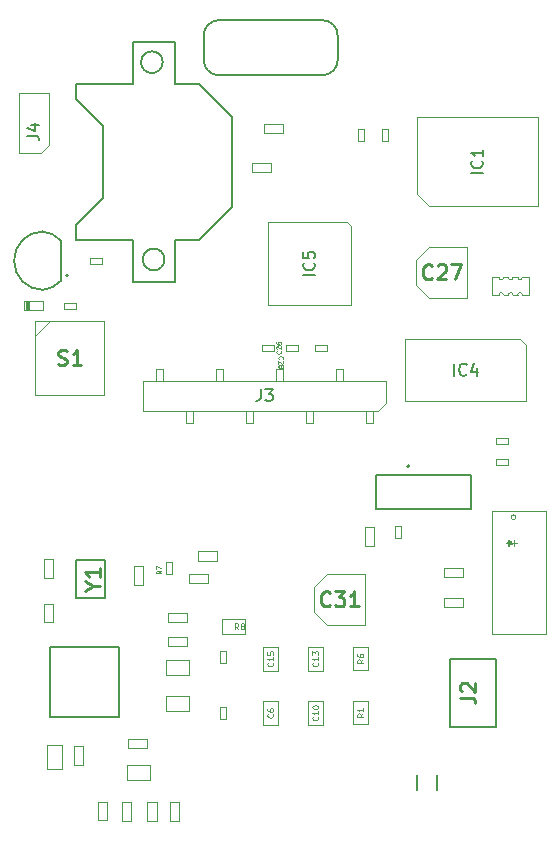
<source format=gbr>
G04 #@! TF.GenerationSoftware,KiCad,Pcbnew,(5.1.10)-1*
G04 #@! TF.CreationDate,2021-06-08T22:52:37-07:00*
G04 #@! TF.ProjectId,Plug_Pass,506c7567-5f50-4617-9373-2e6b69636164,v3.1*
G04 #@! TF.SameCoordinates,Original*
G04 #@! TF.FileFunction,Other,Fab,Top*
%FSLAX46Y46*%
G04 Gerber Fmt 4.6, Leading zero omitted, Abs format (unit mm)*
G04 Created by KiCad (PCBNEW (5.1.10)-1) date 2021-06-08 22:52:37*
%MOMM*%
%LPD*%
G01*
G04 APERTURE LIST*
%ADD10C,0.127000*%
%ADD11C,0.200000*%
%ADD12C,0.100000*%
%ADD13C,0.025000*%
%ADD14C,0.203200*%
%ADD15C,0.010000*%
%ADD16C,0.050000*%
%ADD17C,0.101600*%
%ADD18C,0.150000*%
%ADD19C,0.080000*%
%ADD20C,0.254000*%
%ADD21C,0.038608*%
G04 APERTURE END LIST*
D10*
X156043000Y-54820000D02*
G75*
G02*
X157313000Y-56140000I-25000J-1295000D01*
G01*
X145963000Y-56140000D02*
G75*
G02*
X147233000Y-54820000I1295000J25000D01*
G01*
X147233000Y-59480000D02*
G75*
G02*
X145963000Y-58160000I25000J1295000D01*
G01*
X157313000Y-58160000D02*
G75*
G02*
X156043000Y-59480000I-1295000J-25000D01*
G01*
X157313000Y-56140000D02*
X157313000Y-58160000D01*
X156043000Y-59480000D02*
X147233000Y-59480000D01*
X145963000Y-58160000D02*
X145963000Y-56140000D01*
X147233000Y-54820000D02*
X156043000Y-54820000D01*
X133854999Y-73459000D02*
G75*
G03*
X132335000Y-72709000I-1739129J-1609369D01*
G01*
X129915000Y-75184000D02*
G75*
G02*
X132335000Y-72709000I2447500J27500D01*
G01*
X132335000Y-77659000D02*
G75*
G02*
X129915000Y-75184000I27500J2447500D01*
G01*
X133854999Y-76909000D02*
G75*
G02*
X132335000Y-77659000I-1739129J1609369D01*
G01*
D11*
X134485000Y-76434000D02*
G75*
G03*
X134485000Y-76434000I-100000J0D01*
G01*
D10*
X133855000Y-76909000D02*
X133855000Y-73459000D01*
X163996000Y-120005000D02*
X163996000Y-118755000D01*
X165696000Y-118755000D02*
X165696000Y-120005000D01*
D12*
X172212000Y-98806000D02*
X172212000Y-99314000D01*
X171958000Y-99060000D02*
X172466000Y-99060000D01*
X170345100Y-96393000D02*
X170345100Y-106807000D01*
X170345100Y-106807000D02*
X174942500Y-106807000D01*
X174942500Y-106807000D02*
X174942500Y-96393000D01*
X174942500Y-96393000D02*
X170345100Y-96393000D01*
X172415200Y-96901000D02*
G75*
G03*
X172415200Y-96901000I-203200J0D01*
G01*
X149486500Y-106797000D02*
X147486500Y-106797000D01*
X149486500Y-105547000D02*
X149486500Y-106797000D01*
X147486500Y-105547000D02*
X149486500Y-105547000D01*
X147486500Y-106797000D02*
X147486500Y-105547000D01*
X159883000Y-107862500D02*
X159883000Y-109862500D01*
X158633000Y-107862500D02*
X159883000Y-107862500D01*
X158633000Y-109862500D02*
X158633000Y-107862500D01*
X159883000Y-109862500D02*
X158633000Y-109862500D01*
X159883000Y-112434500D02*
X159883000Y-114434500D01*
X158633000Y-112434500D02*
X159883000Y-112434500D01*
X158633000Y-114434500D02*
X158633000Y-112434500D01*
X159883000Y-114434500D02*
X158633000Y-114434500D01*
X151013000Y-109900000D02*
X151013000Y-107900000D01*
X152263000Y-109900000D02*
X151013000Y-109900000D01*
X152263000Y-107900000D02*
X152263000Y-109900000D01*
X151013000Y-107900000D02*
X152263000Y-107900000D01*
X154823000Y-109900000D02*
X154823000Y-107900000D01*
X156073000Y-109900000D02*
X154823000Y-109900000D01*
X156073000Y-107900000D02*
X156073000Y-109900000D01*
X154823000Y-107900000D02*
X156073000Y-107900000D01*
X154823000Y-114472000D02*
X154823000Y-112472000D01*
X156073000Y-114472000D02*
X154823000Y-114472000D01*
X156073000Y-112472000D02*
X156073000Y-114472000D01*
X154823000Y-112472000D02*
X156073000Y-112472000D01*
X151013000Y-114472000D02*
X151013000Y-112472000D01*
X152263000Y-114472000D02*
X151013000Y-114472000D01*
X152263000Y-112472000D02*
X152263000Y-114472000D01*
X151013000Y-112472000D02*
X152263000Y-112472000D01*
X132842000Y-65405000D02*
X132207000Y-66040000D01*
X132842000Y-60960000D02*
X132842000Y-65405000D01*
X130302000Y-60960000D02*
X132842000Y-60960000D01*
X130302000Y-66040000D02*
X130302000Y-60960000D01*
X132207000Y-66040000D02*
X130302000Y-66040000D01*
X158140000Y-71938000D02*
X151440000Y-71938000D01*
X158440000Y-72238000D02*
X158440000Y-78938000D01*
X158140000Y-71938000D02*
X158440000Y-72238000D01*
X151440000Y-71938000D02*
X151440000Y-78938000D01*
X158440000Y-78938000D02*
X151440000Y-78938000D01*
D13*
X136348000Y-75434000D02*
X137348000Y-75434000D01*
X137348000Y-75434000D02*
X137348000Y-74934000D01*
X137348000Y-74934000D02*
X136348000Y-74934000D01*
X136348000Y-74934000D02*
X136348000Y-75434000D01*
D12*
X161390000Y-85344000D02*
X161390000Y-87249000D01*
X161390000Y-87249000D02*
X160755000Y-87884000D01*
X160755000Y-87884000D02*
X140870000Y-87884000D01*
X140870000Y-87884000D02*
X140870000Y-85344000D01*
X140870000Y-85344000D02*
X161390000Y-85344000D01*
X160320000Y-87884000D02*
X160320000Y-88884000D01*
X160320000Y-88884000D02*
X159720000Y-88884000D01*
X159720000Y-88884000D02*
X159720000Y-87884000D01*
X157780000Y-84344000D02*
X157780000Y-85344000D01*
X157180000Y-85344000D02*
X157180000Y-84344000D01*
X157180000Y-84344000D02*
X157780000Y-84344000D01*
X155240000Y-87884000D02*
X155240000Y-88884000D01*
X155240000Y-88884000D02*
X154640000Y-88884000D01*
X154640000Y-88884000D02*
X154640000Y-87884000D01*
X152700000Y-84344000D02*
X152700000Y-85344000D01*
X152100000Y-85344000D02*
X152100000Y-84344000D01*
X152100000Y-84344000D02*
X152700000Y-84344000D01*
X150160000Y-87884000D02*
X150160000Y-88884000D01*
X150160000Y-88884000D02*
X149560000Y-88884000D01*
X149560000Y-88884000D02*
X149560000Y-87884000D01*
X147620000Y-84344000D02*
X147620000Y-85344000D01*
X147020000Y-85344000D02*
X147020000Y-84344000D01*
X147020000Y-84344000D02*
X147620000Y-84344000D01*
X145080000Y-87884000D02*
X145080000Y-88884000D01*
X145080000Y-88884000D02*
X144480000Y-88884000D01*
X144480000Y-88884000D02*
X144480000Y-87884000D01*
X142540000Y-84344000D02*
X142540000Y-85344000D01*
X141940000Y-85344000D02*
X141940000Y-84344000D01*
X141940000Y-84344000D02*
X142540000Y-84344000D01*
D13*
X152706000Y-63608000D02*
X151106000Y-63608000D01*
X151106000Y-63608000D02*
X151106000Y-64408000D01*
X151106000Y-64408000D02*
X152706000Y-64408000D01*
X152706000Y-64408000D02*
X152706000Y-63608000D01*
X150062000Y-67710000D02*
X151662000Y-67710000D01*
X151662000Y-67710000D02*
X151662000Y-66910000D01*
X151662000Y-66910000D02*
X150062000Y-66910000D01*
X150062000Y-66910000D02*
X150062000Y-67710000D01*
D12*
X131720000Y-80314000D02*
X137520000Y-80314000D01*
X137520000Y-80314000D02*
X137520000Y-86564000D01*
X137520000Y-86564000D02*
X131720000Y-86564000D01*
X131720000Y-86564000D02*
X131720000Y-80314000D01*
X131720000Y-81584000D02*
X132990000Y-80314000D01*
D14*
X135128000Y-60198000D02*
X135128000Y-61468000D01*
X135128000Y-61468000D02*
X137414000Y-63754000D01*
X137414000Y-63754000D02*
X137414000Y-69850000D01*
X137414000Y-69850000D02*
X135128000Y-72136000D01*
X135128000Y-72136000D02*
X135128000Y-73406000D01*
X142647800Y-75081400D02*
G75*
G03*
X142647800Y-75081400I-915800J0D01*
G01*
X142493800Y-58376600D02*
G75*
G03*
X142493800Y-58376600I-915800J0D01*
G01*
X135128000Y-73406000D02*
X139954000Y-73406000D01*
X139954000Y-73406000D02*
X139954000Y-76962000D01*
X139954000Y-76962000D02*
X143510000Y-76962000D01*
X143510000Y-76962000D02*
X143510000Y-73406000D01*
X143510000Y-73406000D02*
X145542000Y-73406000D01*
X145542000Y-73406000D02*
X148336000Y-70612000D01*
X148336000Y-70612000D02*
X148336000Y-62992000D01*
X148336000Y-62992000D02*
X145542000Y-60198000D01*
X145542000Y-60198000D02*
X143510000Y-60198000D01*
X143510000Y-60198000D02*
X143510000Y-56642000D01*
X143510000Y-56642000D02*
X139954000Y-56642000D01*
X139954000Y-56642000D02*
X139954000Y-60198000D01*
X139954000Y-60198000D02*
X135128000Y-60198000D01*
D10*
X160592000Y-93349000D02*
X168592000Y-93349000D01*
X168592000Y-93349000D02*
X168592000Y-96249000D01*
X168592000Y-96249000D02*
X160592000Y-96249000D01*
X160592000Y-96249000D02*
X160592000Y-93349000D01*
D11*
X163392000Y-92599000D02*
G75*
G03*
X163392000Y-92599000I-100000J0D01*
G01*
X135148000Y-103708000D02*
X135148000Y-100508000D01*
X135148000Y-100508000D02*
X137648000Y-100508000D01*
X137648000Y-100508000D02*
X137648000Y-103708000D01*
X137648000Y-103708000D02*
X135148000Y-103708000D01*
D13*
X152916000Y-82800000D02*
X153916000Y-82800000D01*
X153916000Y-82800000D02*
X153916000Y-82300000D01*
X153916000Y-82300000D02*
X152916000Y-82300000D01*
X152916000Y-82300000D02*
X152916000Y-82800000D01*
X135120000Y-78744000D02*
X134120000Y-78744000D01*
X134120000Y-78744000D02*
X134120000Y-79244000D01*
X134120000Y-79244000D02*
X135120000Y-79244000D01*
X135120000Y-79244000D02*
X135120000Y-78744000D01*
X170696000Y-92452000D02*
X171696000Y-92452000D01*
X171696000Y-92452000D02*
X171696000Y-91952000D01*
X171696000Y-91952000D02*
X170696000Y-91952000D01*
X170696000Y-91952000D02*
X170696000Y-92452000D01*
X170696000Y-90674000D02*
X171696000Y-90674000D01*
X171696000Y-90674000D02*
X171696000Y-90174000D01*
X171696000Y-90174000D02*
X170696000Y-90174000D01*
X170696000Y-90174000D02*
X170696000Y-90674000D01*
X142752000Y-100719000D02*
X142752000Y-101719000D01*
X142752000Y-101719000D02*
X143252000Y-101719000D01*
X143252000Y-101719000D02*
X143252000Y-100719000D01*
X143252000Y-100719000D02*
X142752000Y-100719000D01*
X159008000Y-64016000D02*
X159008000Y-65016000D01*
X159008000Y-65016000D02*
X159508000Y-65016000D01*
X159508000Y-65016000D02*
X159508000Y-64016000D01*
X159508000Y-64016000D02*
X159008000Y-64016000D01*
X161040000Y-64016000D02*
X161040000Y-65016000D01*
X161040000Y-65016000D02*
X161540000Y-65016000D01*
X161540000Y-65016000D02*
X161540000Y-64016000D01*
X161540000Y-64016000D02*
X161040000Y-64016000D01*
X133975000Y-116221000D02*
X132725000Y-116221000D01*
X132725000Y-116221000D02*
X132725000Y-118221000D01*
X132725000Y-118221000D02*
X133975000Y-118221000D01*
X133975000Y-118221000D02*
X133975000Y-116221000D01*
X142764000Y-108976000D02*
X142764000Y-110226000D01*
X142764000Y-110226000D02*
X144764000Y-110226000D01*
X144764000Y-110226000D02*
X144764000Y-108976000D01*
X144764000Y-108976000D02*
X142764000Y-108976000D01*
X142764000Y-112024000D02*
X142764000Y-113274000D01*
X142764000Y-113274000D02*
X144764000Y-113274000D01*
X144764000Y-113274000D02*
X144764000Y-112024000D01*
X144764000Y-112024000D02*
X142764000Y-112024000D01*
X139462000Y-117866000D02*
X139462000Y-119116000D01*
X139462000Y-119116000D02*
X141462000Y-119116000D01*
X141462000Y-119116000D02*
X141462000Y-117866000D01*
X141462000Y-117866000D02*
X139462000Y-117866000D01*
D15*
X130889000Y-79389000D02*
X131179000Y-79389000D01*
X131179000Y-79389000D02*
X131179000Y-78599000D01*
X131179000Y-78599000D02*
X130889000Y-78599000D01*
X130889000Y-78599000D02*
X130889000Y-79389000D01*
X130894000Y-79384000D02*
X131174000Y-79384000D01*
X131174000Y-79384000D02*
X131174000Y-78604000D01*
X131174000Y-78604000D02*
X130894000Y-78604000D01*
X130894000Y-78604000D02*
X130894000Y-79384000D01*
D11*
X131004000Y-79274000D02*
X131064000Y-79274000D01*
X131064000Y-79274000D02*
X131064000Y-78714000D01*
X131064000Y-78714000D02*
X131004000Y-78714000D01*
X131004000Y-78714000D02*
X131004000Y-79274000D01*
D12*
X130954000Y-79324000D02*
X131114000Y-79324000D01*
X131114000Y-79324000D02*
X131114000Y-78664000D01*
X131114000Y-78664000D02*
X130954000Y-78664000D01*
X130954000Y-78664000D02*
X130954000Y-79324000D01*
D13*
X130734000Y-79394000D02*
X132334000Y-79394000D01*
X132334000Y-79394000D02*
X132334000Y-78594000D01*
X132334000Y-78594000D02*
X130734000Y-78594000D01*
X130734000Y-78594000D02*
X130734000Y-79394000D01*
X130904000Y-79374000D02*
X131164000Y-79374000D01*
X131164000Y-79374000D02*
X131164000Y-78614000D01*
X131164000Y-78614000D02*
X130904000Y-78614000D01*
X130904000Y-78614000D02*
X130904000Y-79374000D01*
X130916000Y-79361000D02*
X131151000Y-79361000D01*
X131151000Y-79361000D02*
X131151000Y-78626000D01*
X131151000Y-78626000D02*
X130916000Y-78626000D01*
X130916000Y-78626000D02*
X130916000Y-79361000D01*
D16*
X130929000Y-79349000D02*
X131139000Y-79349000D01*
X131139000Y-79349000D02*
X131139000Y-78639000D01*
X131139000Y-78639000D02*
X130929000Y-78639000D01*
X130929000Y-78639000D02*
X130929000Y-79349000D01*
D13*
X162683000Y-97671000D02*
X162183000Y-97671000D01*
X162683000Y-98671000D02*
X162683000Y-97671000D01*
X162183000Y-98671000D02*
X162683000Y-98671000D01*
X162183000Y-97671000D02*
X162183000Y-98671000D01*
D12*
X159630000Y-101736000D02*
X156405000Y-101736000D01*
X156405000Y-101736000D02*
X155330000Y-102811000D01*
X155330000Y-102811000D02*
X155330000Y-104961000D01*
X155330000Y-104961000D02*
X156405000Y-106036000D01*
X156405000Y-106036000D02*
X159630000Y-106036000D01*
X159630000Y-106036000D02*
X159630000Y-101736000D01*
D13*
X155398000Y-82300000D02*
X155398000Y-82800000D01*
X156398000Y-82300000D02*
X155398000Y-82300000D01*
X156398000Y-82800000D02*
X156398000Y-82300000D01*
X155398000Y-82800000D02*
X156398000Y-82800000D01*
D12*
X168266000Y-74050000D02*
X165041000Y-74050000D01*
X165041000Y-74050000D02*
X163966000Y-75125000D01*
X163966000Y-75125000D02*
X163966000Y-77275000D01*
X163966000Y-77275000D02*
X165041000Y-78350000D01*
X165041000Y-78350000D02*
X168266000Y-78350000D01*
X168266000Y-78350000D02*
X168266000Y-74050000D01*
D13*
X133242000Y-102033000D02*
X133242000Y-100433000D01*
X133242000Y-100433000D02*
X132442000Y-100433000D01*
X132442000Y-100433000D02*
X132442000Y-102033000D01*
X132442000Y-102033000D02*
X133242000Y-102033000D01*
X140862000Y-102668000D02*
X140862000Y-101068000D01*
X140862000Y-101068000D02*
X140062000Y-101068000D01*
X140062000Y-101068000D02*
X140062000Y-102668000D01*
X140062000Y-102668000D02*
X140862000Y-102668000D01*
X147118000Y-99803000D02*
X145518000Y-99803000D01*
X145518000Y-99803000D02*
X145518000Y-100603000D01*
X145518000Y-100603000D02*
X147118000Y-100603000D01*
X147118000Y-100603000D02*
X147118000Y-99803000D01*
X167946000Y-101200000D02*
X166346000Y-101200000D01*
X166346000Y-101200000D02*
X166346000Y-102000000D01*
X166346000Y-102000000D02*
X167946000Y-102000000D01*
X167946000Y-102000000D02*
X167946000Y-101200000D01*
X167946000Y-103740000D02*
X166346000Y-103740000D01*
X166346000Y-103740000D02*
X166346000Y-104540000D01*
X166346000Y-104540000D02*
X167946000Y-104540000D01*
X167946000Y-104540000D02*
X167946000Y-103740000D01*
X146356000Y-101708000D02*
X144756000Y-101708000D01*
X144756000Y-101708000D02*
X144756000Y-102508000D01*
X144756000Y-102508000D02*
X146356000Y-102508000D01*
X146356000Y-102508000D02*
X146356000Y-101708000D01*
X144578000Y-107042000D02*
X142978000Y-107042000D01*
X142978000Y-107042000D02*
X142978000Y-107842000D01*
X142978000Y-107842000D02*
X144578000Y-107842000D01*
X144578000Y-107842000D02*
X144578000Y-107042000D01*
X132442000Y-104215000D02*
X132442000Y-105815000D01*
X132442000Y-105815000D02*
X133242000Y-105815000D01*
X133242000Y-105815000D02*
X133242000Y-104215000D01*
X133242000Y-104215000D02*
X132442000Y-104215000D01*
X144578000Y-105010000D02*
X142978000Y-105010000D01*
X142978000Y-105010000D02*
X142978000Y-105810000D01*
X142978000Y-105810000D02*
X144578000Y-105810000D01*
X144578000Y-105810000D02*
X144578000Y-105010000D01*
X147824000Y-109212000D02*
X147824000Y-108212000D01*
X147824000Y-108212000D02*
X147324000Y-108212000D01*
X147324000Y-108212000D02*
X147324000Y-109212000D01*
X147324000Y-109212000D02*
X147824000Y-109212000D01*
X147824000Y-113980000D02*
X147824000Y-112980000D01*
X147824000Y-112980000D02*
X147324000Y-112980000D01*
X147324000Y-112980000D02*
X147324000Y-113980000D01*
X147324000Y-113980000D02*
X147824000Y-113980000D01*
X143910000Y-122607000D02*
X143910000Y-121007000D01*
X143910000Y-121007000D02*
X143110000Y-121007000D01*
X143110000Y-121007000D02*
X143110000Y-122607000D01*
X143110000Y-122607000D02*
X143910000Y-122607000D01*
X134982000Y-116280000D02*
X134982000Y-117880000D01*
X134982000Y-117880000D02*
X135782000Y-117880000D01*
X135782000Y-117880000D02*
X135782000Y-116280000D01*
X135782000Y-116280000D02*
X134982000Y-116280000D01*
X142005000Y-122607000D02*
X142005000Y-121007000D01*
X142005000Y-121007000D02*
X141205000Y-121007000D01*
X141205000Y-121007000D02*
X141205000Y-122607000D01*
X141205000Y-122607000D02*
X142005000Y-122607000D01*
X139846000Y-122607000D02*
X139846000Y-121007000D01*
X139846000Y-121007000D02*
X139046000Y-121007000D01*
X139046000Y-121007000D02*
X139046000Y-122607000D01*
X139046000Y-122607000D02*
X139846000Y-122607000D01*
X141149000Y-115678000D02*
X139549000Y-115678000D01*
X139549000Y-115678000D02*
X139549000Y-116478000D01*
X139549000Y-116478000D02*
X141149000Y-116478000D01*
X141149000Y-116478000D02*
X141149000Y-115678000D01*
X137014000Y-120979000D02*
X137014000Y-122579000D01*
X137014000Y-122579000D02*
X137814000Y-122579000D01*
X137814000Y-122579000D02*
X137814000Y-120979000D01*
X137814000Y-120979000D02*
X137014000Y-120979000D01*
X151884000Y-82300000D02*
X150884000Y-82300000D01*
X150884000Y-82300000D02*
X150884000Y-82800000D01*
X150884000Y-82800000D02*
X151884000Y-82800000D01*
X151884000Y-82800000D02*
X151884000Y-82300000D01*
D17*
X173508000Y-78093000D02*
X172958000Y-78093000D01*
X172558000Y-78093000D02*
X172158000Y-78093000D01*
X171758000Y-78093000D02*
X171358000Y-78093000D01*
X170958000Y-78093000D02*
X170408000Y-78093000D01*
X170408000Y-78093000D02*
X170408000Y-76593000D01*
X173508000Y-76593000D02*
X173508000Y-78093000D01*
X170408000Y-76593000D02*
X170958000Y-76593000D01*
X171358000Y-76593000D02*
X171758000Y-76593000D01*
X172158000Y-76593000D02*
X172558000Y-76593000D01*
X172958000Y-76593000D02*
X173508000Y-76593000D01*
X172958000Y-76593000D02*
G75*
G02*
X172558000Y-76593000I-200000J0D01*
G01*
X172158000Y-76593000D02*
G75*
G02*
X171758000Y-76593000I-200000J0D01*
G01*
X171358000Y-76593000D02*
G75*
G02*
X170958000Y-76593000I-200000J0D01*
G01*
X170958000Y-78093000D02*
G75*
G02*
X171358000Y-78093000I200000J0D01*
G01*
X171758000Y-78093000D02*
G75*
G02*
X172158000Y-78093000I200000J0D01*
G01*
X172558000Y-78093000D02*
G75*
G02*
X172958000Y-78093000I200000J0D01*
G01*
D11*
X170677000Y-114635000D02*
X170677000Y-108885000D01*
X170677000Y-108885000D02*
X166827000Y-108885000D01*
X166827000Y-108885000D02*
X166827000Y-114635000D01*
X166827000Y-114635000D02*
X170677000Y-114635000D01*
D12*
X172773000Y-81805000D02*
X163048000Y-81805000D01*
X173248000Y-82280000D02*
X173248000Y-87105000D01*
X173248000Y-82280000D02*
X172773000Y-81805000D01*
X163048000Y-87105000D02*
X163048000Y-81805000D01*
X173248000Y-87105000D02*
X163048000Y-87105000D01*
D14*
X138840000Y-113821000D02*
X132940000Y-113821000D01*
X138840000Y-113821000D02*
X138840000Y-107921000D01*
X138840000Y-107921000D02*
X132940000Y-107921000D01*
X132940000Y-107921000D02*
X132940000Y-113821000D01*
D12*
X164014000Y-69552000D02*
X164014000Y-63052000D01*
X164014000Y-63052000D02*
X174314000Y-63052000D01*
X174314000Y-63052000D02*
X174314000Y-70552000D01*
X174314000Y-70552000D02*
X165014000Y-70552000D01*
X165014000Y-70552000D02*
X164014000Y-69552000D01*
D13*
X159620000Y-97738000D02*
X159620000Y-99338000D01*
X159620000Y-99338000D02*
X160420000Y-99338000D01*
X160420000Y-99338000D02*
X160420000Y-97738000D01*
X160420000Y-97738000D02*
X159620000Y-97738000D01*
D18*
X171664380Y-99060000D02*
X171902476Y-99060000D01*
X171807238Y-99298095D02*
X171902476Y-99060000D01*
X171807238Y-98821904D01*
X172092952Y-99202857D02*
X171902476Y-99060000D01*
X172092952Y-98917142D01*
D19*
X148911166Y-106398190D02*
X148744500Y-106160095D01*
X148625452Y-106398190D02*
X148625452Y-105898190D01*
X148815928Y-105898190D01*
X148863547Y-105922000D01*
X148887357Y-105945809D01*
X148911166Y-105993428D01*
X148911166Y-106064857D01*
X148887357Y-106112476D01*
X148863547Y-106136285D01*
X148815928Y-106160095D01*
X148625452Y-106160095D01*
X149196880Y-106112476D02*
X149149261Y-106088666D01*
X149125452Y-106064857D01*
X149101642Y-106017238D01*
X149101642Y-105993428D01*
X149125452Y-105945809D01*
X149149261Y-105922000D01*
X149196880Y-105898190D01*
X149292119Y-105898190D01*
X149339738Y-105922000D01*
X149363547Y-105945809D01*
X149387357Y-105993428D01*
X149387357Y-106017238D01*
X149363547Y-106064857D01*
X149339738Y-106088666D01*
X149292119Y-106112476D01*
X149196880Y-106112476D01*
X149149261Y-106136285D01*
X149125452Y-106160095D01*
X149101642Y-106207714D01*
X149101642Y-106302952D01*
X149125452Y-106350571D01*
X149149261Y-106374380D01*
X149196880Y-106398190D01*
X149292119Y-106398190D01*
X149339738Y-106374380D01*
X149363547Y-106350571D01*
X149387357Y-106302952D01*
X149387357Y-106207714D01*
X149363547Y-106160095D01*
X149339738Y-106136285D01*
X149292119Y-106112476D01*
X159484190Y-108945833D02*
X159246095Y-109112500D01*
X159484190Y-109231547D02*
X158984190Y-109231547D01*
X158984190Y-109041071D01*
X159008000Y-108993452D01*
X159031809Y-108969642D01*
X159079428Y-108945833D01*
X159150857Y-108945833D01*
X159198476Y-108969642D01*
X159222285Y-108993452D01*
X159246095Y-109041071D01*
X159246095Y-109231547D01*
X158984190Y-108517261D02*
X158984190Y-108612500D01*
X159008000Y-108660119D01*
X159031809Y-108683928D01*
X159103238Y-108731547D01*
X159198476Y-108755357D01*
X159388952Y-108755357D01*
X159436571Y-108731547D01*
X159460380Y-108707738D01*
X159484190Y-108660119D01*
X159484190Y-108564880D01*
X159460380Y-108517261D01*
X159436571Y-108493452D01*
X159388952Y-108469642D01*
X159269904Y-108469642D01*
X159222285Y-108493452D01*
X159198476Y-108517261D01*
X159174666Y-108564880D01*
X159174666Y-108660119D01*
X159198476Y-108707738D01*
X159222285Y-108731547D01*
X159269904Y-108755357D01*
X159484190Y-113517833D02*
X159246095Y-113684500D01*
X159484190Y-113803547D02*
X158984190Y-113803547D01*
X158984190Y-113613071D01*
X159008000Y-113565452D01*
X159031809Y-113541642D01*
X159079428Y-113517833D01*
X159150857Y-113517833D01*
X159198476Y-113541642D01*
X159222285Y-113565452D01*
X159246095Y-113613071D01*
X159246095Y-113803547D01*
X159484190Y-113041642D02*
X159484190Y-113327357D01*
X159484190Y-113184500D02*
X158984190Y-113184500D01*
X159055619Y-113232119D01*
X159103238Y-113279738D01*
X159127047Y-113327357D01*
X151816571Y-109221428D02*
X151840380Y-109245238D01*
X151864190Y-109316666D01*
X151864190Y-109364285D01*
X151840380Y-109435714D01*
X151792761Y-109483333D01*
X151745142Y-109507142D01*
X151649904Y-109530952D01*
X151578476Y-109530952D01*
X151483238Y-109507142D01*
X151435619Y-109483333D01*
X151388000Y-109435714D01*
X151364190Y-109364285D01*
X151364190Y-109316666D01*
X151388000Y-109245238D01*
X151411809Y-109221428D01*
X151864190Y-108745238D02*
X151864190Y-109030952D01*
X151864190Y-108888095D02*
X151364190Y-108888095D01*
X151435619Y-108935714D01*
X151483238Y-108983333D01*
X151507047Y-109030952D01*
X151364190Y-108292857D02*
X151364190Y-108530952D01*
X151602285Y-108554761D01*
X151578476Y-108530952D01*
X151554666Y-108483333D01*
X151554666Y-108364285D01*
X151578476Y-108316666D01*
X151602285Y-108292857D01*
X151649904Y-108269047D01*
X151768952Y-108269047D01*
X151816571Y-108292857D01*
X151840380Y-108316666D01*
X151864190Y-108364285D01*
X151864190Y-108483333D01*
X151840380Y-108530952D01*
X151816571Y-108554761D01*
X155626571Y-109221428D02*
X155650380Y-109245238D01*
X155674190Y-109316666D01*
X155674190Y-109364285D01*
X155650380Y-109435714D01*
X155602761Y-109483333D01*
X155555142Y-109507142D01*
X155459904Y-109530952D01*
X155388476Y-109530952D01*
X155293238Y-109507142D01*
X155245619Y-109483333D01*
X155198000Y-109435714D01*
X155174190Y-109364285D01*
X155174190Y-109316666D01*
X155198000Y-109245238D01*
X155221809Y-109221428D01*
X155674190Y-108745238D02*
X155674190Y-109030952D01*
X155674190Y-108888095D02*
X155174190Y-108888095D01*
X155245619Y-108935714D01*
X155293238Y-108983333D01*
X155317047Y-109030952D01*
X155174190Y-108578571D02*
X155174190Y-108269047D01*
X155364666Y-108435714D01*
X155364666Y-108364285D01*
X155388476Y-108316666D01*
X155412285Y-108292857D01*
X155459904Y-108269047D01*
X155578952Y-108269047D01*
X155626571Y-108292857D01*
X155650380Y-108316666D01*
X155674190Y-108364285D01*
X155674190Y-108507142D01*
X155650380Y-108554761D01*
X155626571Y-108578571D01*
X155626571Y-113793428D02*
X155650380Y-113817238D01*
X155674190Y-113888666D01*
X155674190Y-113936285D01*
X155650380Y-114007714D01*
X155602761Y-114055333D01*
X155555142Y-114079142D01*
X155459904Y-114102952D01*
X155388476Y-114102952D01*
X155293238Y-114079142D01*
X155245619Y-114055333D01*
X155198000Y-114007714D01*
X155174190Y-113936285D01*
X155174190Y-113888666D01*
X155198000Y-113817238D01*
X155221809Y-113793428D01*
X155674190Y-113317238D02*
X155674190Y-113602952D01*
X155674190Y-113460095D02*
X155174190Y-113460095D01*
X155245619Y-113507714D01*
X155293238Y-113555333D01*
X155317047Y-113602952D01*
X155174190Y-113007714D02*
X155174190Y-112960095D01*
X155198000Y-112912476D01*
X155221809Y-112888666D01*
X155269428Y-112864857D01*
X155364666Y-112841047D01*
X155483714Y-112841047D01*
X155578952Y-112864857D01*
X155626571Y-112888666D01*
X155650380Y-112912476D01*
X155674190Y-112960095D01*
X155674190Y-113007714D01*
X155650380Y-113055333D01*
X155626571Y-113079142D01*
X155578952Y-113102952D01*
X155483714Y-113126761D01*
X155364666Y-113126761D01*
X155269428Y-113102952D01*
X155221809Y-113079142D01*
X155198000Y-113055333D01*
X155174190Y-113007714D01*
X151816571Y-113555333D02*
X151840380Y-113579142D01*
X151864190Y-113650571D01*
X151864190Y-113698190D01*
X151840380Y-113769619D01*
X151792761Y-113817238D01*
X151745142Y-113841047D01*
X151649904Y-113864857D01*
X151578476Y-113864857D01*
X151483238Y-113841047D01*
X151435619Y-113817238D01*
X151388000Y-113769619D01*
X151364190Y-113698190D01*
X151364190Y-113650571D01*
X151388000Y-113579142D01*
X151411809Y-113555333D01*
X151364190Y-113126761D02*
X151364190Y-113222000D01*
X151388000Y-113269619D01*
X151411809Y-113293428D01*
X151483238Y-113341047D01*
X151578476Y-113364857D01*
X151768952Y-113364857D01*
X151816571Y-113341047D01*
X151840380Y-113317238D01*
X151864190Y-113269619D01*
X151864190Y-113174380D01*
X151840380Y-113126761D01*
X151816571Y-113102952D01*
X151768952Y-113079142D01*
X151649904Y-113079142D01*
X151602285Y-113102952D01*
X151578476Y-113126761D01*
X151554666Y-113174380D01*
X151554666Y-113269619D01*
X151578476Y-113317238D01*
X151602285Y-113341047D01*
X151649904Y-113364857D01*
D18*
X131024380Y-64595333D02*
X131738666Y-64595333D01*
X131881523Y-64642952D01*
X131976761Y-64738190D01*
X132024380Y-64881047D01*
X132024380Y-64976285D01*
X131357714Y-63690571D02*
X132024380Y-63690571D01*
X130976761Y-63928666D02*
X131691047Y-64166761D01*
X131691047Y-63547714D01*
X155392380Y-76414190D02*
X154392380Y-76414190D01*
X155297142Y-75366571D02*
X155344761Y-75414190D01*
X155392380Y-75557047D01*
X155392380Y-75652285D01*
X155344761Y-75795142D01*
X155249523Y-75890380D01*
X155154285Y-75938000D01*
X154963809Y-75985619D01*
X154820952Y-75985619D01*
X154630476Y-75938000D01*
X154535238Y-75890380D01*
X154440000Y-75795142D01*
X154392380Y-75652285D01*
X154392380Y-75557047D01*
X154440000Y-75414190D01*
X154487619Y-75366571D01*
X154392380Y-74461809D02*
X154392380Y-74938000D01*
X154868571Y-74985619D01*
X154820952Y-74938000D01*
X154773333Y-74842761D01*
X154773333Y-74604666D01*
X154820952Y-74509428D01*
X154868571Y-74461809D01*
X154963809Y-74414190D01*
X155201904Y-74414190D01*
X155297142Y-74461809D01*
X155344761Y-74509428D01*
X155392380Y-74604666D01*
X155392380Y-74842761D01*
X155344761Y-74938000D01*
X155297142Y-74985619D01*
X150796666Y-86066380D02*
X150796666Y-86780666D01*
X150749047Y-86923523D01*
X150653809Y-87018761D01*
X150510952Y-87066380D01*
X150415714Y-87066380D01*
X151177619Y-86066380D02*
X151796666Y-86066380D01*
X151463333Y-86447333D01*
X151606190Y-86447333D01*
X151701428Y-86494952D01*
X151749047Y-86542571D01*
X151796666Y-86637809D01*
X151796666Y-86875904D01*
X151749047Y-86971142D01*
X151701428Y-87018761D01*
X151606190Y-87066380D01*
X151320476Y-87066380D01*
X151225238Y-87018761D01*
X151177619Y-86971142D01*
D20*
X133652380Y-83953047D02*
X133833809Y-84013523D01*
X134136190Y-84013523D01*
X134257142Y-83953047D01*
X134317619Y-83892571D01*
X134378095Y-83771619D01*
X134378095Y-83650666D01*
X134317619Y-83529714D01*
X134257142Y-83469238D01*
X134136190Y-83408761D01*
X133894285Y-83348285D01*
X133773333Y-83287809D01*
X133712857Y-83227333D01*
X133652380Y-83106380D01*
X133652380Y-82985428D01*
X133712857Y-82864476D01*
X133773333Y-82804000D01*
X133894285Y-82743523D01*
X134196666Y-82743523D01*
X134378095Y-82804000D01*
X135587619Y-84013523D02*
X134861904Y-84013523D01*
X135224761Y-84013523D02*
X135224761Y-82743523D01*
X135103809Y-82924952D01*
X134982857Y-83045904D01*
X134861904Y-83106380D01*
X136567761Y-102712761D02*
X137172523Y-102712761D01*
X135902523Y-103136095D02*
X136567761Y-102712761D01*
X135902523Y-102289428D01*
X137172523Y-101200857D02*
X137172523Y-101926571D01*
X137172523Y-101563714D02*
X135902523Y-101563714D01*
X136083952Y-101684666D01*
X136204904Y-101805619D01*
X136265380Y-101926571D01*
D21*
X152328154Y-83522636D02*
X152309769Y-83504251D01*
X152291384Y-83449097D01*
X152291384Y-83412327D01*
X152309769Y-83357173D01*
X152346539Y-83320403D01*
X152383308Y-83302019D01*
X152456847Y-83283634D01*
X152512001Y-83283634D01*
X152585540Y-83302019D01*
X152622310Y-83320403D01*
X152659080Y-83357173D01*
X152677464Y-83412327D01*
X152677464Y-83449097D01*
X152659080Y-83504251D01*
X152640695Y-83522636D01*
X152640695Y-83669714D02*
X152659080Y-83688099D01*
X152677464Y-83724868D01*
X152677464Y-83816792D01*
X152659080Y-83853561D01*
X152640695Y-83871946D01*
X152603925Y-83890331D01*
X152567156Y-83890331D01*
X152512001Y-83871946D01*
X152291384Y-83651329D01*
X152291384Y-83890331D01*
X152512001Y-84110948D02*
X152530386Y-84074179D01*
X152548771Y-84055794D01*
X152585540Y-84037409D01*
X152603925Y-84037409D01*
X152640695Y-84055794D01*
X152659080Y-84074179D01*
X152677464Y-84110948D01*
X152677464Y-84184487D01*
X152659080Y-84221257D01*
X152640695Y-84239641D01*
X152603925Y-84258026D01*
X152585540Y-84258026D01*
X152548771Y-84239641D01*
X152530386Y-84221257D01*
X152512001Y-84184487D01*
X152512001Y-84110948D01*
X152493617Y-84074179D01*
X152475232Y-84055794D01*
X152438462Y-84037409D01*
X152364923Y-84037409D01*
X152328154Y-84055794D01*
X152309769Y-84074179D01*
X152291384Y-84110948D01*
X152291384Y-84184487D01*
X152309769Y-84221257D01*
X152328154Y-84239641D01*
X152364923Y-84258026D01*
X152438462Y-84258026D01*
X152475232Y-84239641D01*
X152493617Y-84221257D01*
X152512001Y-84184487D01*
X142348615Y-101431329D02*
X142164767Y-101560022D01*
X142348615Y-101651946D02*
X141962535Y-101651946D01*
X141962535Y-101504868D01*
X141980920Y-101468099D01*
X141999304Y-101449714D01*
X142036074Y-101431329D01*
X142091228Y-101431329D01*
X142127998Y-101449714D01*
X142146382Y-101468099D01*
X142164767Y-101504868D01*
X142164767Y-101651946D01*
X141962535Y-101302636D02*
X141962535Y-101045249D01*
X142348615Y-101210712D01*
D20*
X156663571Y-104339571D02*
X156603095Y-104400047D01*
X156421666Y-104460523D01*
X156300714Y-104460523D01*
X156119285Y-104400047D01*
X155998333Y-104279095D01*
X155937857Y-104158142D01*
X155877380Y-103916238D01*
X155877380Y-103734809D01*
X155937857Y-103492904D01*
X155998333Y-103371952D01*
X156119285Y-103251000D01*
X156300714Y-103190523D01*
X156421666Y-103190523D01*
X156603095Y-103251000D01*
X156663571Y-103311476D01*
X157086904Y-103190523D02*
X157873095Y-103190523D01*
X157449761Y-103674333D01*
X157631190Y-103674333D01*
X157752142Y-103734809D01*
X157812619Y-103795285D01*
X157873095Y-103916238D01*
X157873095Y-104218619D01*
X157812619Y-104339571D01*
X157752142Y-104400047D01*
X157631190Y-104460523D01*
X157268333Y-104460523D01*
X157147380Y-104400047D01*
X157086904Y-104339571D01*
X159082619Y-104460523D02*
X158356904Y-104460523D01*
X158719761Y-104460523D02*
X158719761Y-103190523D01*
X158598809Y-103371952D01*
X158477857Y-103492904D01*
X158356904Y-103553380D01*
X165299571Y-76653571D02*
X165239095Y-76714047D01*
X165057666Y-76774523D01*
X164936714Y-76774523D01*
X164755285Y-76714047D01*
X164634333Y-76593095D01*
X164573857Y-76472142D01*
X164513380Y-76230238D01*
X164513380Y-76048809D01*
X164573857Y-75806904D01*
X164634333Y-75685952D01*
X164755285Y-75565000D01*
X164936714Y-75504523D01*
X165057666Y-75504523D01*
X165239095Y-75565000D01*
X165299571Y-75625476D01*
X165783380Y-75625476D02*
X165843857Y-75565000D01*
X165964809Y-75504523D01*
X166267190Y-75504523D01*
X166388142Y-75565000D01*
X166448619Y-75625476D01*
X166509095Y-75746428D01*
X166509095Y-75867380D01*
X166448619Y-76048809D01*
X165722904Y-76774523D01*
X166509095Y-76774523D01*
X166932428Y-75504523D02*
X167779095Y-75504523D01*
X167234809Y-76774523D01*
D21*
X152471845Y-82807024D02*
X152490230Y-82825409D01*
X152508615Y-82880563D01*
X152508615Y-82917333D01*
X152490230Y-82972487D01*
X152453460Y-83009257D01*
X152416691Y-83027641D01*
X152343152Y-83046026D01*
X152287998Y-83046026D01*
X152214459Y-83027641D01*
X152177689Y-83009257D01*
X152140920Y-82972487D01*
X152122535Y-82917333D01*
X152122535Y-82880563D01*
X152140920Y-82825409D01*
X152159304Y-82807024D01*
X152159304Y-82659946D02*
X152140920Y-82641561D01*
X152122535Y-82604792D01*
X152122535Y-82512868D01*
X152140920Y-82476099D01*
X152159304Y-82457714D01*
X152196074Y-82439329D01*
X152232843Y-82439329D01*
X152287998Y-82457714D01*
X152508615Y-82678331D01*
X152508615Y-82439329D01*
X152122535Y-82108403D02*
X152122535Y-82181942D01*
X152140920Y-82218712D01*
X152159304Y-82237097D01*
X152214459Y-82273866D01*
X152287998Y-82292251D01*
X152435076Y-82292251D01*
X152471845Y-82273866D01*
X152490230Y-82255481D01*
X152508615Y-82218712D01*
X152508615Y-82145173D01*
X152490230Y-82108403D01*
X152471845Y-82090019D01*
X152435076Y-82071634D01*
X152343152Y-82071634D01*
X152306382Y-82090019D01*
X152287998Y-82108403D01*
X152269613Y-82145173D01*
X152269613Y-82218712D01*
X152287998Y-82255481D01*
X152306382Y-82273866D01*
X152343152Y-82292251D01*
D20*
X167706523Y-112183333D02*
X168613666Y-112183333D01*
X168795095Y-112243809D01*
X168916047Y-112364761D01*
X168976523Y-112546190D01*
X168976523Y-112667142D01*
X167827476Y-111639047D02*
X167767000Y-111578571D01*
X167706523Y-111457619D01*
X167706523Y-111155238D01*
X167767000Y-111034285D01*
X167827476Y-110973809D01*
X167948428Y-110913333D01*
X168069380Y-110913333D01*
X168250809Y-110973809D01*
X168976523Y-111699523D01*
X168976523Y-110913333D01*
D18*
X167171809Y-84907380D02*
X167171809Y-83907380D01*
X168219428Y-84812142D02*
X168171809Y-84859761D01*
X168028952Y-84907380D01*
X167933714Y-84907380D01*
X167790857Y-84859761D01*
X167695619Y-84764523D01*
X167648000Y-84669285D01*
X167600380Y-84478809D01*
X167600380Y-84335952D01*
X167648000Y-84145476D01*
X167695619Y-84050238D01*
X167790857Y-83955000D01*
X167933714Y-83907380D01*
X168028952Y-83907380D01*
X168171809Y-83955000D01*
X168219428Y-84002619D01*
X169076571Y-84240714D02*
X169076571Y-84907380D01*
X168838476Y-83859761D02*
X168600380Y-84574047D01*
X169219428Y-84574047D01*
X169616380Y-67778190D02*
X168616380Y-67778190D01*
X169521142Y-66730571D02*
X169568761Y-66778190D01*
X169616380Y-66921047D01*
X169616380Y-67016285D01*
X169568761Y-67159142D01*
X169473523Y-67254380D01*
X169378285Y-67302000D01*
X169187809Y-67349619D01*
X169044952Y-67349619D01*
X168854476Y-67302000D01*
X168759238Y-67254380D01*
X168664000Y-67159142D01*
X168616380Y-67016285D01*
X168616380Y-66921047D01*
X168664000Y-66778190D01*
X168711619Y-66730571D01*
X169616380Y-65778190D02*
X169616380Y-66349619D01*
X169616380Y-66063904D02*
X168616380Y-66063904D01*
X168759238Y-66159142D01*
X168854476Y-66254380D01*
X168902095Y-66349619D01*
M02*

</source>
